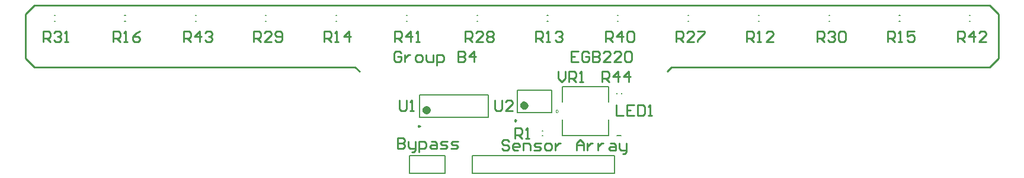
<source format=gto>
G04*
G04 #@! TF.GenerationSoftware,Altium Limited,Altium Designer,19.0.12 (326)*
G04*
G04 Layer_Color=65535*
%FSLAX25Y25*%
%MOIN*%
G70*
G01*
G75*
%ADD10C,0.00000*%
%ADD11C,0.02362*%
%ADD12C,0.00984*%
%ADD13C,0.01000*%
%ADD14C,0.00787*%
D10*
X302818Y40501D02*
X302265Y41262D01*
X301371Y40972D01*
Y40031D01*
X302265Y39741D01*
X302818Y40501D01*
D11*
X229845Y41139D02*
X229400Y42063D01*
X228401Y42291D01*
X227600Y41652D01*
Y40627D01*
X228401Y39988D01*
X229400Y40216D01*
X229845Y41139D01*
X284691Y43738D02*
X284247Y44661D01*
X283247Y44889D01*
X282446Y44250D01*
Y43225D01*
X283247Y42586D01*
X284247Y42814D01*
X284691Y43738D01*
D12*
X225022Y31986D02*
X224284Y32412D01*
Y31560D01*
X225022Y31986D01*
X279062Y35214D02*
X278323Y35640D01*
Y34788D01*
X279062Y35214D01*
D13*
X3000Y70500D02*
Y95500D01*
X8000Y100500D01*
X3000Y70500D02*
X8000Y65500D01*
X188500D02*
X191000Y63000D01*
X364000D02*
X366500Y65500D01*
X545500D02*
X550500Y70500D01*
Y95500D01*
X545500Y100500D02*
X550500Y95500D01*
X8000Y65500D02*
X188500D01*
X366500D02*
X545500D01*
X8000Y100500D02*
X545500D01*
X212518Y25500D02*
Y19501D01*
X215517D01*
X216517Y20501D01*
Y21501D01*
X215517Y22501D01*
X212518D01*
X215517D01*
X216517Y23500D01*
Y24500D01*
X215517Y25500D01*
X212518D01*
X218516Y23500D02*
Y20501D01*
X219516Y19501D01*
X222515D01*
Y18502D01*
X221515Y17502D01*
X220516D01*
X222515Y19501D02*
Y23500D01*
X224514Y17502D02*
Y23500D01*
X227513D01*
X228513Y22501D01*
Y20501D01*
X227513Y19501D01*
X224514D01*
X231512Y23500D02*
X233511D01*
X234511Y22501D01*
Y19501D01*
X231512D01*
X230512Y20501D01*
X231512Y21501D01*
X234511D01*
X236510Y19501D02*
X239509D01*
X240509Y20501D01*
X239509Y21501D01*
X237510D01*
X236510Y22501D01*
X237510Y23500D01*
X240509D01*
X242508Y19501D02*
X245508D01*
X246507Y20501D01*
X245508Y21501D01*
X243508D01*
X242508Y22501D01*
X243508Y23500D01*
X246507D01*
X275017Y23500D02*
X274017Y24500D01*
X272018D01*
X271018Y23500D01*
Y22500D01*
X272018Y21500D01*
X274017D01*
X275017Y20501D01*
Y19501D01*
X274017Y18501D01*
X272018D01*
X271018Y19501D01*
X280015Y18501D02*
X278016D01*
X277016Y19501D01*
Y21500D01*
X278016Y22500D01*
X280015D01*
X281015Y21500D01*
Y20501D01*
X277016D01*
X283014Y18501D02*
Y22500D01*
X286013D01*
X287013Y21500D01*
Y18501D01*
X289012D02*
X292011D01*
X293011Y19501D01*
X292011Y20501D01*
X290012D01*
X289012Y21500D01*
X290012Y22500D01*
X293011D01*
X296010Y18501D02*
X298009D01*
X299009Y19501D01*
Y21500D01*
X298009Y22500D01*
X296010D01*
X295010Y21500D01*
Y19501D01*
X296010Y18501D01*
X301008Y22500D02*
Y18501D01*
Y20501D01*
X302008Y21500D01*
X303008Y22500D01*
X304008D01*
X313005Y18501D02*
Y22500D01*
X315004Y24500D01*
X317003Y22500D01*
Y18501D01*
Y21500D01*
X313005D01*
X319003Y22500D02*
Y18501D01*
Y20501D01*
X320002Y21500D01*
X321002Y22500D01*
X322002D01*
X325001D02*
Y18501D01*
Y20501D01*
X326000Y21500D01*
X327000Y22500D01*
X328000D01*
X331998D02*
X333998D01*
X334998Y21500D01*
Y18501D01*
X331998D01*
X330999Y19501D01*
X331998Y20501D01*
X334998D01*
X336997Y22500D02*
Y19501D01*
X337997Y18501D01*
X340996D01*
Y17502D01*
X339996Y16502D01*
X338996D01*
X340996Y18501D02*
Y22500D01*
X313999Y74498D02*
X310000D01*
Y68500D01*
X313999D01*
X310000Y71499D02*
X311999D01*
X319997Y73498D02*
X318997Y74498D01*
X316998D01*
X315998Y73498D01*
Y69500D01*
X316998Y68500D01*
X318997D01*
X319997Y69500D01*
Y71499D01*
X317997D01*
X321996Y74498D02*
Y68500D01*
X324995D01*
X325995Y69500D01*
Y70499D01*
X324995Y71499D01*
X321996D01*
X324995D01*
X325995Y72499D01*
Y73498D01*
X324995Y74498D01*
X321996D01*
X331993Y68500D02*
X327994D01*
X331993Y72499D01*
Y73498D01*
X330993Y74498D01*
X328994D01*
X327994Y73498D01*
X337991Y68500D02*
X333992D01*
X337991Y72499D01*
Y73498D01*
X336991Y74498D01*
X334992D01*
X333992Y73498D01*
X339990D02*
X340990Y74498D01*
X342989D01*
X343989Y73498D01*
Y69500D01*
X342989Y68500D01*
X340990D01*
X339990Y69500D01*
Y73498D01*
X214499D02*
X213499Y74498D01*
X211500D01*
X210500Y73498D01*
Y69500D01*
X211500Y68500D01*
X213499D01*
X214499Y69500D01*
Y71499D01*
X212499D01*
X216498Y72499D02*
Y68500D01*
Y70499D01*
X217498Y71499D01*
X218497Y72499D01*
X219497D01*
X223496Y68500D02*
X225495D01*
X226495Y69500D01*
Y71499D01*
X225495Y72499D01*
X223496D01*
X222496Y71499D01*
Y69500D01*
X223496Y68500D01*
X228494Y72499D02*
Y69500D01*
X229494Y68500D01*
X232493D01*
Y72499D01*
X234492Y66501D02*
Y72499D01*
X237491D01*
X238491Y71499D01*
Y69500D01*
X237491Y68500D01*
X234492D01*
X246488Y74498D02*
Y68500D01*
X249487D01*
X250487Y69500D01*
Y70499D01*
X249487Y71499D01*
X246488D01*
X249487D01*
X250487Y72499D01*
Y73498D01*
X249487Y74498D01*
X246488D01*
X255485Y68500D02*
Y74498D01*
X252486Y71499D01*
X256485D01*
X302818Y62998D02*
Y58999D01*
X304818Y57000D01*
X306817Y58999D01*
Y62998D01*
X308816Y57000D02*
Y62998D01*
X311815D01*
X312815Y61998D01*
Y59999D01*
X311815Y58999D01*
X308816D01*
X310816D02*
X312815Y57000D01*
X314814D02*
X316814D01*
X315814D01*
Y62998D01*
X314814Y61998D01*
X267000Y46637D02*
Y41639D01*
X268000Y40639D01*
X269999D01*
X270999Y41639D01*
Y46637D01*
X276997Y40639D02*
X272998D01*
X276997Y44638D01*
Y45638D01*
X275997Y46637D01*
X273998D01*
X272998Y45638D01*
X213500Y46637D02*
Y41639D01*
X214500Y40639D01*
X216499D01*
X217499Y41639D01*
Y46637D01*
X219498Y40639D02*
X221497D01*
X220498D01*
Y46637D01*
X219498Y45638D01*
X327500Y57000D02*
Y62998D01*
X330499D01*
X331499Y61998D01*
Y59999D01*
X330499Y58999D01*
X327500D01*
X329499D02*
X331499Y57000D01*
X336497D02*
Y62998D01*
X333498Y59999D01*
X337497D01*
X342495Y57000D02*
Y62998D01*
X339496Y59999D01*
X343495D01*
X92200Y79800D02*
Y85798D01*
X95199D01*
X96199Y84798D01*
Y82799D01*
X95199Y81799D01*
X92200D01*
X94199D02*
X96199Y79800D01*
X101197D02*
Y85798D01*
X98198Y82799D01*
X102197D01*
X104196Y84798D02*
X105196Y85798D01*
X107195D01*
X108195Y84798D01*
Y83799D01*
X107195Y82799D01*
X106195D01*
X107195D01*
X108195Y81799D01*
Y80800D01*
X107195Y79800D01*
X105196D01*
X104196Y80800D01*
X527400Y79800D02*
Y85798D01*
X530399D01*
X531399Y84798D01*
Y82799D01*
X530399Y81799D01*
X527400D01*
X529399D02*
X531399Y79800D01*
X536397D02*
Y85798D01*
X533398Y82799D01*
X537397D01*
X543395Y79800D02*
X539396D01*
X543395Y83799D01*
Y84798D01*
X542395Y85798D01*
X540396D01*
X539396Y84798D01*
X210800Y79800D02*
Y85798D01*
X213799D01*
X214799Y84798D01*
Y82799D01*
X213799Y81799D01*
X210800D01*
X212799D02*
X214799Y79800D01*
X219797D02*
Y85798D01*
X216798Y82799D01*
X220797D01*
X222796Y79800D02*
X224796D01*
X223796D01*
Y85798D01*
X222796Y84798D01*
X329600Y79800D02*
Y85798D01*
X332599D01*
X333599Y84798D01*
Y82799D01*
X332599Y81799D01*
X329600D01*
X331599D02*
X333599Y79800D01*
X338597D02*
Y85798D01*
X335598Y82799D01*
X339597D01*
X341596Y84798D02*
X342596Y85798D01*
X344595D01*
X345595Y84798D01*
Y80800D01*
X344595Y79800D01*
X342596D01*
X341596Y80800D01*
Y84798D01*
X13000Y79800D02*
Y85798D01*
X15999D01*
X16999Y84798D01*
Y82799D01*
X15999Y81799D01*
X13000D01*
X14999D02*
X16999Y79800D01*
X18998Y84798D02*
X19998Y85798D01*
X21997D01*
X22997Y84798D01*
Y83799D01*
X21997Y82799D01*
X20997D01*
X21997D01*
X22997Y81799D01*
Y80800D01*
X21997Y79800D01*
X19998D01*
X18998Y80800D01*
X24996Y79800D02*
X26996D01*
X25996D01*
Y85798D01*
X24996Y84798D01*
X448600Y79800D02*
Y85798D01*
X451599D01*
X452599Y84798D01*
Y82799D01*
X451599Y81799D01*
X448600D01*
X450599D02*
X452599Y79800D01*
X454598Y84798D02*
X455598Y85798D01*
X457597D01*
X458597Y84798D01*
Y83799D01*
X457597Y82799D01*
X456597D01*
X457597D01*
X458597Y81799D01*
Y80800D01*
X457597Y79800D01*
X455598D01*
X454598Y80800D01*
X460596Y84798D02*
X461596Y85798D01*
X463595D01*
X464595Y84798D01*
Y80800D01*
X463595Y79800D01*
X461596D01*
X460596Y80800D01*
Y84798D01*
X131600Y79800D02*
Y85798D01*
X134599D01*
X135599Y84798D01*
Y82799D01*
X134599Y81799D01*
X131600D01*
X133599D02*
X135599Y79800D01*
X141597D02*
X137598D01*
X141597Y83799D01*
Y84798D01*
X140597Y85798D01*
X138598D01*
X137598Y84798D01*
X143596Y80800D02*
X144596Y79800D01*
X146595D01*
X147595Y80800D01*
Y84798D01*
X146595Y85798D01*
X144596D01*
X143596Y84798D01*
Y83799D01*
X144596Y82799D01*
X147595D01*
X250400Y79800D02*
Y85798D01*
X253399D01*
X254399Y84798D01*
Y82799D01*
X253399Y81799D01*
X250400D01*
X252399D02*
X254399Y79800D01*
X260397D02*
X256398D01*
X260397Y83799D01*
Y84798D01*
X259397Y85798D01*
X257398D01*
X256398Y84798D01*
X262396D02*
X263396Y85798D01*
X265395D01*
X266395Y84798D01*
Y83799D01*
X265395Y82799D01*
X266395Y81799D01*
Y80800D01*
X265395Y79800D01*
X263396D01*
X262396Y80800D01*
Y81799D01*
X263396Y82799D01*
X262396Y83799D01*
Y84798D01*
X263396Y82799D02*
X265395D01*
X369200Y79800D02*
Y85798D01*
X372199D01*
X373199Y84798D01*
Y82799D01*
X372199Y81799D01*
X369200D01*
X371199D02*
X373199Y79800D01*
X379197D02*
X375198D01*
X379197Y83799D01*
Y84798D01*
X378197Y85798D01*
X376198D01*
X375198Y84798D01*
X381196Y85798D02*
X385195D01*
Y84798D01*
X381196Y80800D01*
Y79800D01*
X52300D02*
Y85798D01*
X55299D01*
X56299Y84798D01*
Y82799D01*
X55299Y81799D01*
X52300D01*
X54299D02*
X56299Y79800D01*
X58298D02*
X60297D01*
X59298D01*
Y85798D01*
X58298Y84798D01*
X67295Y85798D02*
X65296Y84798D01*
X63296Y82799D01*
Y80800D01*
X64296Y79800D01*
X66295D01*
X67295Y80800D01*
Y81799D01*
X66295Y82799D01*
X63296D01*
X488000Y79800D02*
Y85798D01*
X490999D01*
X491999Y84798D01*
Y82799D01*
X490999Y81799D01*
X488000D01*
X489999D02*
X491999Y79800D01*
X493998D02*
X495997D01*
X494998D01*
Y85798D01*
X493998Y84798D01*
X502995Y85798D02*
X498996D01*
Y82799D01*
X500996Y83799D01*
X501996D01*
X502995Y82799D01*
Y80800D01*
X501996Y79800D01*
X499996D01*
X498996Y80800D01*
X171200Y79800D02*
Y85798D01*
X174199D01*
X175199Y84798D01*
Y82799D01*
X174199Y81799D01*
X171200D01*
X173199D02*
X175199Y79800D01*
X177198D02*
X179197D01*
X178198D01*
Y85798D01*
X177198Y84798D01*
X185196Y79800D02*
Y85798D01*
X182196Y82799D01*
X186195D01*
X290000Y79800D02*
Y85798D01*
X292999D01*
X293999Y84798D01*
Y82799D01*
X292999Y81799D01*
X290000D01*
X291999D02*
X293999Y79800D01*
X295998D02*
X297997D01*
X296998D01*
Y85798D01*
X295998Y84798D01*
X300996D02*
X301996Y85798D01*
X303995D01*
X304995Y84798D01*
Y83799D01*
X303995Y82799D01*
X302996D01*
X303995D01*
X304995Y81799D01*
Y80800D01*
X303995Y79800D01*
X301996D01*
X300996Y80800D01*
X408800Y79800D02*
Y85798D01*
X411799D01*
X412799Y84798D01*
Y82799D01*
X411799Y81799D01*
X408800D01*
X410799D02*
X412799Y79800D01*
X414798D02*
X416797D01*
X415798D01*
Y85798D01*
X414798Y84798D01*
X423795Y79800D02*
X419796D01*
X423795Y83799D01*
Y84798D01*
X422795Y85798D01*
X420796D01*
X419796Y84798D01*
X278400Y25000D02*
Y30998D01*
X281399D01*
X282399Y29998D01*
Y27999D01*
X281399Y26999D01*
X278400D01*
X280399D02*
X282399Y25000D01*
X284398D02*
X286397D01*
X285398D01*
Y30998D01*
X284398Y29998D01*
X335500Y43998D02*
Y38000D01*
X339499D01*
X345497Y43998D02*
X341498D01*
Y38000D01*
X345497D01*
X341498Y40999D02*
X343497D01*
X347496Y43998D02*
Y38000D01*
X350495D01*
X351495Y39000D01*
Y42998D01*
X350495Y43998D01*
X347496D01*
X353494Y38000D02*
X355493D01*
X354494D01*
Y43998D01*
X353494Y42998D01*
D14*
X335640Y50442D02*
Y50836D01*
X338396Y50442D02*
Y50836D01*
X335837Y26596D02*
X338199D01*
X331010Y26742D02*
Y35639D01*
Y45639D02*
Y54261D01*
X305026D02*
X331010D01*
X305026Y45639D02*
Y54261D01*
Y26742D02*
Y35639D01*
Y26742D02*
X331010D01*
X263310Y37202D02*
Y49801D01*
X224727Y37202D02*
Y49801D01*
X263310D01*
X224727Y37202D02*
X263310D01*
X279770Y39781D02*
X299061D01*
X279770Y52222D02*
X299061D01*
X279770Y39781D02*
Y52222D01*
X299061Y39781D02*
Y52222D01*
X219018Y5502D02*
X239018D01*
Y15502D01*
X219018D02*
X239018D01*
X219018Y5502D02*
Y15502D01*
X58928Y94773D02*
X59322D01*
X58928Y91230D02*
X59322D01*
X494604Y94773D02*
X494998D01*
X494604Y91230D02*
X494998D01*
X177749Y94773D02*
X178142D01*
X177749Y91230D02*
X178142D01*
X296569Y94773D02*
X296963D01*
X296569Y91230D02*
X296963D01*
X415390Y94773D02*
X415784D01*
X415390Y91230D02*
X415784D01*
X19535Y94773D02*
X19929D01*
X19535Y91230D02*
X19929D01*
X455211Y94773D02*
X455604D01*
X455211Y91230D02*
X455604D01*
X138142Y94773D02*
X138536D01*
X138142Y91230D02*
X138536D01*
X256963Y94773D02*
X257356D01*
X256963Y91230D02*
X257356D01*
X375783Y94773D02*
X376177D01*
X375783Y91230D02*
X376177D01*
X98821Y94773D02*
X99215D01*
X98821Y91230D02*
X99215D01*
X533997Y94773D02*
X534391D01*
X533997Y91230D02*
X534391D01*
X217356Y94773D02*
X217749D01*
X217356Y91230D02*
X217749D01*
X336176Y94773D02*
X336570D01*
X336176Y91230D02*
X336570D01*
X334416Y5502D02*
Y15502D01*
X254416Y5502D02*
X334416D01*
X254416D02*
Y15502D01*
X334416D01*
X293821Y29379D02*
X294215D01*
X293821Y26623D02*
X294215D01*
M02*

</source>
